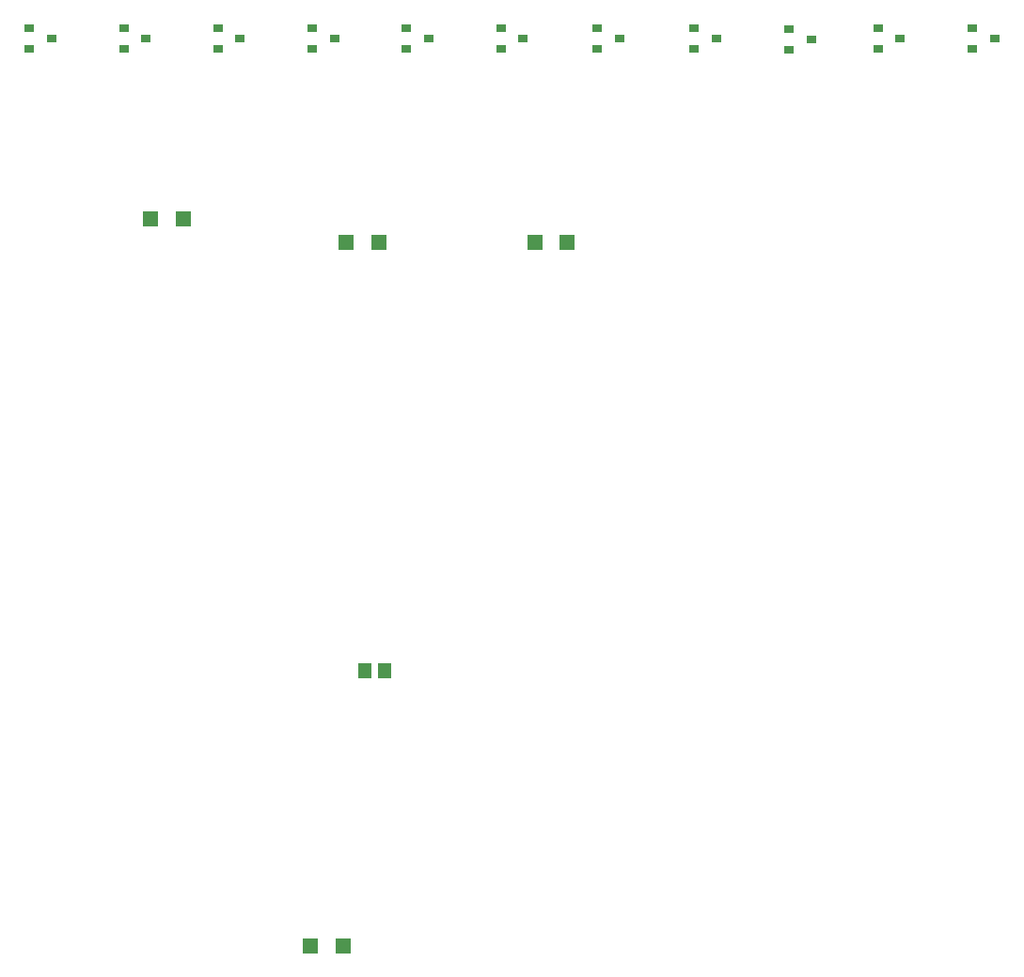
<source format=gbr>
%TF.GenerationSoftware,Altium Limited,Altium Designer,19.1.8 (144)*%
G04 Layer_Color=128*
%FSLAX26Y26*%
%MOIN*%
%TF.FileFunction,Paste,Bot*%
%TF.Part,Single*%
G01*
G75*
%TA.AperFunction,SMDPad,CuDef*%
%ADD17R,0.053150X0.057087*%
%ADD19R,0.045276X0.053150*%
%ADD33R,0.035433X0.031496*%
D17*
X2785071Y3152000D02*
D03*
X2668929D02*
D03*
X1990071Y656000D02*
D03*
X1873929D02*
D03*
X2001929Y3150000D02*
D03*
X2118071D02*
D03*
X1307205Y3235000D02*
D03*
X1423347D02*
D03*
D19*
X2068567Y1631000D02*
D03*
X2137465D02*
D03*
D33*
X1291063Y3875725D02*
D03*
X1212323Y3913127D02*
D03*
Y3838324D02*
D03*
X956772Y3875725D02*
D03*
X878032Y3913127D02*
D03*
Y3838324D02*
D03*
X1625353Y3875725D02*
D03*
X1546613Y3913127D02*
D03*
Y3838324D02*
D03*
X2628465Y3874724D02*
D03*
X2549724Y3912125D02*
D03*
Y3837322D02*
D03*
X3650465Y3871551D02*
D03*
X3571724Y3908953D02*
D03*
Y3834150D02*
D03*
X2970465Y3874724D02*
D03*
X2891724Y3912126D02*
D03*
Y3837323D02*
D03*
X2293935Y3875725D02*
D03*
X2215194Y3913127D02*
D03*
Y3838324D02*
D03*
X1959644Y3875725D02*
D03*
X1880904Y3913127D02*
D03*
Y3838324D02*
D03*
X4299678Y3875725D02*
D03*
X4220938Y3913127D02*
D03*
Y3838324D02*
D03*
X3965388Y3875725D02*
D03*
X3886647Y3913127D02*
D03*
Y3838324D02*
D03*
X3313097Y3874899D02*
D03*
X3234357Y3912300D02*
D03*
Y3837497D02*
D03*
%TF.MD5,0ed7b2babc1aa21291290d6283be4e8b*%
M02*

</source>
